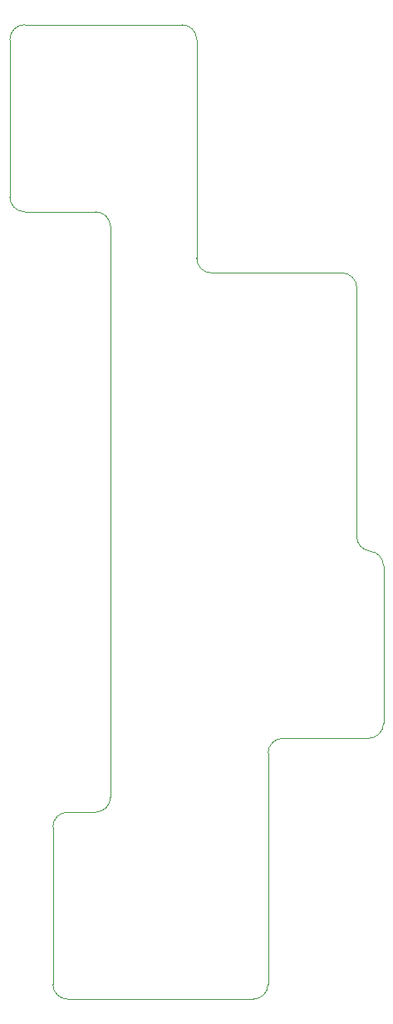
<source format=gbr>
%TF.GenerationSoftware,KiCad,Pcbnew,(6.0.7)*%
%TF.CreationDate,2023-01-05T19:37:19-06:00*%
%TF.ProjectId,OpenRectangle,4f70656e-5265-4637-9461-6e676c652e6b,rev?*%
%TF.SameCoordinates,Original*%
%TF.FileFunction,Profile,NP*%
%FSLAX46Y46*%
G04 Gerber Fmt 4.6, Leading zero omitted, Abs format (unit mm)*
G04 Created by KiCad (PCBNEW (6.0.7)) date 2023-01-05 19:37:19*
%MOMM*%
%LPD*%
G01*
G04 APERTURE LIST*
%TA.AperFunction,Profile*%
%ADD10C,0.100000*%
%TD*%
G04 APERTURE END LIST*
D10*
X322953031Y-106793769D02*
X320102866Y-106791500D01*
X318592866Y-124331500D02*
G75*
G03*
X320102866Y-125841500I1510000J0D01*
G01*
X340522866Y-124331500D02*
X340522866Y-100781500D01*
X339012866Y-125841500D02*
G75*
G03*
X340522866Y-124331500I0J1510000D01*
G01*
X318592866Y-124331500D02*
X318592866Y-108301500D01*
X322953031Y-106793765D02*
G75*
G03*
X324463031Y-105283769I35J1509965D01*
G01*
X339012866Y-125841500D02*
X320102866Y-125841500D01*
X342032866Y-99271500D02*
G75*
G03*
X340522866Y-100781500I0J-1510000D01*
G01*
X320102866Y-106791500D02*
G75*
G03*
X318592866Y-108301500I0J-1510000D01*
G01*
X324462866Y-47131500D02*
X324463031Y-105283769D01*
X350772866Y-99271500D02*
X342032866Y-99271500D01*
X352282866Y-81721500D02*
X352282866Y-97761500D01*
X350772866Y-99271500D02*
G75*
G03*
X352282866Y-97761500I0J1510000D01*
G01*
X333252866Y-50361500D02*
G75*
G03*
X334762866Y-51871500I1510000J0D01*
G01*
X333252866Y-28091500D02*
X333252866Y-50361500D01*
X349562866Y-53371500D02*
X349562866Y-78691500D01*
X349562866Y-53371500D02*
G75*
G03*
X348062866Y-51871500I-1500000J0D01*
G01*
X349562826Y-78691499D02*
G75*
G03*
X350932866Y-80211500I1506240J-19801D01*
G01*
X334762866Y-51871500D02*
X348062866Y-51871500D01*
X352282938Y-81721500D02*
G75*
G03*
X350932866Y-80211500I-1519472J0D01*
G01*
X315722866Y-45640913D02*
X322972866Y-45641500D01*
X315722866Y-26581500D02*
G75*
G03*
X314212866Y-28091500I0J-1510000D01*
G01*
X314212866Y-28091500D02*
X314212866Y-44130913D01*
X324462866Y-47131500D02*
G75*
G03*
X322972866Y-45641500I-1505500J-15500D01*
G01*
X333252866Y-28091500D02*
G75*
G03*
X331742866Y-26581500I-1510000J0D01*
G01*
X331742866Y-26581500D02*
X315722866Y-26581500D01*
X314212853Y-44130913D02*
G75*
G03*
X315722866Y-45640913I1510013J13D01*
G01*
M02*

</source>
